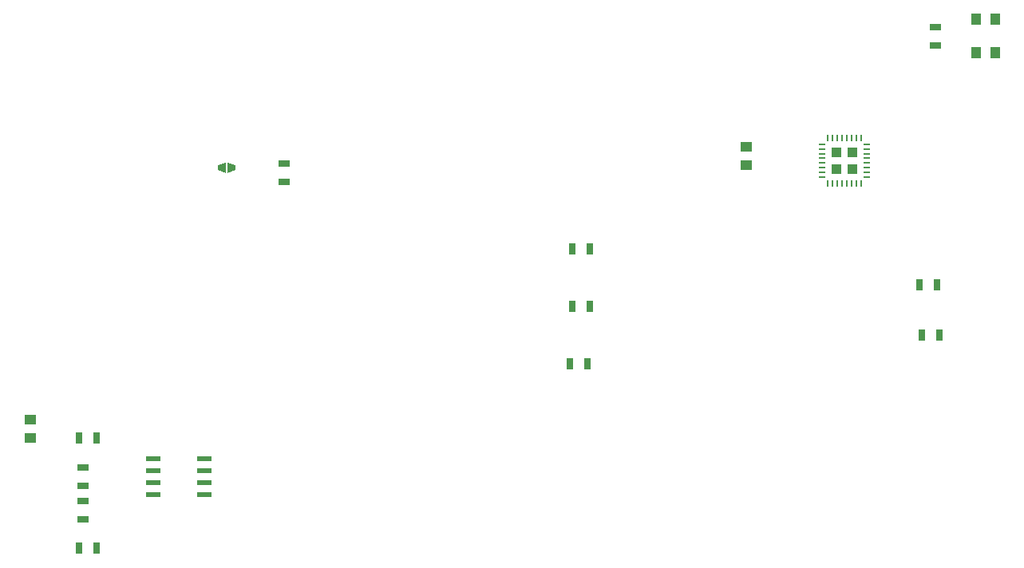
<source format=gtp>
G04 #@! TF.FileFunction,Paste,Top*
%FSLAX46Y46*%
G04 Gerber Fmt 4.6, Leading zero omitted, Abs format (unit mm)*
G04 Created by KiCad (PCBNEW 4.0.7) date 04/13/18 12:18:04*
%MOMM*%
%LPD*%
G01*
G04 APERTURE LIST*
%ADD10C,0.100000*%
%ADD11R,1.250000X1.000000*%
%ADD12R,1.000000X1.250000*%
%ADD13R,1.300000X0.700000*%
%ADD14R,0.700000X1.300000*%
%ADD15R,0.700000X0.250000*%
%ADD16R,0.250000X0.700000*%
%ADD17R,1.035000X1.035000*%
%ADD18R,1.550000X0.600000*%
G04 APERTURE END LIST*
D10*
D11*
X135382000Y-126984000D03*
X135382000Y-124984000D03*
X211328000Y-96028000D03*
X211328000Y-98028000D03*
D12*
X235728000Y-82550000D03*
X237728000Y-82550000D03*
X235728000Y-86106000D03*
X237728000Y-86106000D03*
D13*
X231394000Y-83378000D03*
X231394000Y-85278000D03*
D10*
G36*
X157118000Y-98048000D02*
X157118000Y-98548000D01*
X156318000Y-98848000D01*
X156318000Y-97748000D01*
X157118000Y-98048000D01*
X157118000Y-98048000D01*
G37*
G36*
X156102000Y-97748000D02*
X156102000Y-98848000D01*
X155302000Y-98548000D01*
X155302000Y-98048000D01*
X156102000Y-97748000D01*
X156102000Y-97748000D01*
G37*
D14*
X194498000Y-119126000D03*
X192598000Y-119126000D03*
X194752000Y-113030000D03*
X192852000Y-113030000D03*
X194752000Y-106934000D03*
X192852000Y-106934000D03*
X142428000Y-138684000D03*
X140528000Y-138684000D03*
D13*
X140970000Y-135570000D03*
X140970000Y-133670000D03*
X140970000Y-130114000D03*
X140970000Y-132014000D03*
D14*
X142428000Y-127000000D03*
X140528000Y-127000000D03*
X231836000Y-116078000D03*
X229936000Y-116078000D03*
X231582000Y-110744000D03*
X229682000Y-110744000D03*
D13*
X162306000Y-97856000D03*
X162306000Y-99756000D03*
D15*
X224142000Y-99286000D03*
X224142000Y-98786000D03*
X224142000Y-98286000D03*
X224142000Y-97786000D03*
X224142000Y-97286000D03*
X224142000Y-96786000D03*
X224142000Y-96286000D03*
X224142000Y-95786000D03*
D16*
X223492000Y-95136000D03*
X222992000Y-95136000D03*
X222492000Y-95136000D03*
X221992000Y-95136000D03*
X221492000Y-95136000D03*
X220992000Y-95136000D03*
X220492000Y-95136000D03*
X219992000Y-95136000D03*
D15*
X219342000Y-95786000D03*
X219342000Y-96286000D03*
X219342000Y-96786000D03*
X219342000Y-97286000D03*
X219342000Y-97786000D03*
X219342000Y-98286000D03*
X219342000Y-98786000D03*
X219342000Y-99286000D03*
D16*
X219992000Y-99936000D03*
X220492000Y-99936000D03*
X220992000Y-99936000D03*
X221492000Y-99936000D03*
X221992000Y-99936000D03*
X222492000Y-99936000D03*
X222992000Y-99936000D03*
X223492000Y-99936000D03*
D17*
X220879500Y-96673500D03*
X220879500Y-98398500D03*
X222604500Y-96673500D03*
X222604500Y-98398500D03*
D18*
X148430000Y-129159000D03*
X148430000Y-130429000D03*
X148430000Y-131699000D03*
X148430000Y-132969000D03*
X153830000Y-132969000D03*
X153830000Y-131699000D03*
X153830000Y-130429000D03*
X153830000Y-129159000D03*
M02*

</source>
